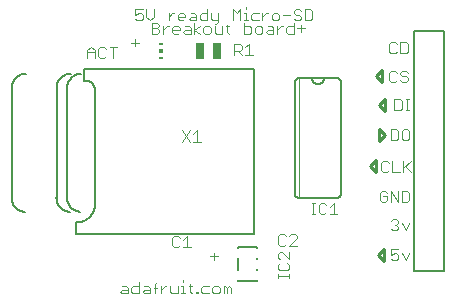
<source format=gbr>
G04 EAGLE Gerber RS-274X export*
G75*
%MOMM*%
%FSLAX34Y34*%
%LPD*%
%INSilkscreen Top*%
%IPPOS*%
%AMOC8*
5,1,8,0,0,1.08239X$1,22.5*%
G01*
%ADD10C,0.254000*%
%ADD11C,0.076200*%
%ADD12C,0.152400*%
%ADD13C,0.050800*%
%ADD14C,0.101600*%
%ADD15C,0.127000*%
%ADD16R,0.300000X0.150000*%
%ADD17R,0.300000X0.300000*%
%ADD18R,0.650000X1.400000*%


D10*
X267970Y170180D02*
X267970Y160020D01*
X262890Y165100D01*
X267970Y170180D01*
X262890Y144780D02*
X262890Y134620D01*
X267970Y139700D02*
X262890Y144780D01*
X267970Y139700D02*
X262890Y134620D01*
X266700Y43180D02*
X266700Y33020D01*
X261620Y38100D01*
X266700Y43180D01*
X265430Y184150D02*
X265430Y194310D01*
X260350Y189230D02*
X265430Y184150D01*
X260350Y189230D02*
X265430Y194310D01*
X260350Y118110D02*
X260350Y107950D01*
X255270Y113030D01*
X260350Y118110D01*
D11*
X277501Y192369D02*
X275934Y193937D01*
X272798Y193937D01*
X271231Y192369D01*
X271231Y186099D01*
X272798Y184531D01*
X275934Y184531D01*
X277501Y186099D01*
X285289Y193937D02*
X286857Y192369D01*
X285289Y193937D02*
X282153Y193937D01*
X280586Y192369D01*
X280586Y190802D01*
X282153Y189234D01*
X285289Y189234D01*
X286857Y187666D01*
X286857Y186099D01*
X285289Y184531D01*
X282153Y184531D01*
X280586Y186099D01*
X275619Y169807D02*
X275619Y160401D01*
X280322Y160401D01*
X281890Y161969D01*
X281890Y168239D01*
X280322Y169807D01*
X275619Y169807D01*
X284974Y160401D02*
X288110Y160401D01*
X286542Y160401D02*
X286542Y169807D01*
X284974Y169807D02*
X288110Y169807D01*
X272501Y144407D02*
X272501Y135001D01*
X277204Y135001D01*
X278771Y136569D01*
X278771Y142839D01*
X277204Y144407D01*
X272501Y144407D01*
X283423Y144407D02*
X286559Y144407D01*
X283423Y144407D02*
X281856Y142839D01*
X281856Y136569D01*
X283423Y135001D01*
X286559Y135001D01*
X288127Y136569D01*
X288127Y142839D01*
X286559Y144407D01*
X274068Y68207D02*
X272501Y66639D01*
X274068Y68207D02*
X277204Y68207D01*
X278771Y66639D01*
X278771Y65072D01*
X277204Y63504D01*
X275636Y63504D01*
X277204Y63504D02*
X278771Y61936D01*
X278771Y60369D01*
X277204Y58801D01*
X274068Y58801D01*
X272501Y60369D01*
X281856Y65072D02*
X284991Y58801D01*
X288127Y65072D01*
X278771Y42807D02*
X272501Y42807D01*
X272501Y38104D01*
X275636Y39672D01*
X277204Y39672D01*
X278771Y38104D01*
X278771Y34969D01*
X277204Y33401D01*
X274068Y33401D01*
X272501Y34969D01*
X281856Y39672D02*
X284991Y33401D01*
X288127Y39672D01*
X270686Y116169D02*
X269118Y117737D01*
X265983Y117737D01*
X264415Y116169D01*
X264415Y109899D01*
X265983Y108331D01*
X269118Y108331D01*
X270686Y109899D01*
X273771Y108331D02*
X273771Y117737D01*
X273771Y108331D02*
X280041Y108331D01*
X283126Y108331D02*
X283126Y117737D01*
X283126Y111466D02*
X289397Y117737D01*
X284693Y113034D02*
X289397Y108331D01*
X277501Y216499D02*
X275934Y218067D01*
X272798Y218067D01*
X271231Y216499D01*
X271231Y210229D01*
X272798Y208661D01*
X275934Y208661D01*
X277501Y210229D01*
X280586Y208661D02*
X280586Y218067D01*
X280586Y208661D02*
X285289Y208661D01*
X286857Y210229D01*
X286857Y216499D01*
X285289Y218067D01*
X280586Y218067D01*
X267848Y92337D02*
X269416Y90769D01*
X267848Y92337D02*
X264713Y92337D01*
X263145Y90769D01*
X263145Y84499D01*
X264713Y82931D01*
X267848Y82931D01*
X269416Y84499D01*
X269416Y87634D01*
X266281Y87634D01*
X272501Y82931D02*
X272501Y92337D01*
X278771Y82931D01*
X278771Y92337D01*
X281856Y92337D02*
X281856Y82931D01*
X286559Y82931D01*
X288127Y84499D01*
X288127Y90769D01*
X286559Y92337D01*
X281856Y92337D01*
X62532Y246007D02*
X56261Y246007D01*
X56261Y241304D01*
X59396Y242872D01*
X60964Y242872D01*
X62532Y241304D01*
X62532Y238169D01*
X60964Y236601D01*
X57829Y236601D01*
X56261Y238169D01*
X65616Y239736D02*
X65616Y246007D01*
X65616Y239736D02*
X68752Y236601D01*
X71887Y239736D01*
X71887Y246007D01*
X84327Y242872D02*
X84327Y236601D01*
X84327Y239736D02*
X87462Y242872D01*
X89030Y242872D01*
X93690Y236601D02*
X96826Y236601D01*
X93690Y236601D02*
X92123Y238169D01*
X92123Y241304D01*
X93690Y242872D01*
X96826Y242872D01*
X98393Y241304D01*
X98393Y239736D01*
X92123Y239736D01*
X103045Y242872D02*
X106181Y242872D01*
X107748Y241304D01*
X107748Y236601D01*
X103045Y236601D01*
X101478Y238169D01*
X103045Y239736D01*
X107748Y239736D01*
X117104Y236601D02*
X117104Y246007D01*
X117104Y236601D02*
X112401Y236601D01*
X110833Y238169D01*
X110833Y241304D01*
X112401Y242872D01*
X117104Y242872D01*
X120188Y242872D02*
X120188Y238169D01*
X121756Y236601D01*
X126459Y236601D01*
X126459Y235033D02*
X126459Y242872D01*
X126459Y235033D02*
X124891Y233466D01*
X123323Y233466D01*
X138898Y236601D02*
X138898Y246007D01*
X142034Y242872D01*
X145169Y246007D01*
X145169Y236601D01*
X148254Y242872D02*
X149821Y242872D01*
X149821Y236601D01*
X148254Y236601D02*
X151389Y236601D01*
X149821Y246007D02*
X149821Y247575D01*
X156058Y242872D02*
X160761Y242872D01*
X156058Y242872D02*
X154490Y241304D01*
X154490Y238169D01*
X156058Y236601D01*
X160761Y236601D01*
X163846Y236601D02*
X163846Y242872D01*
X166981Y242872D02*
X163846Y239736D01*
X166981Y242872D02*
X168549Y242872D01*
X173209Y236601D02*
X176345Y236601D01*
X177912Y238169D01*
X177912Y241304D01*
X176345Y242872D01*
X173209Y242872D01*
X171642Y241304D01*
X171642Y238169D01*
X173209Y236601D01*
X180997Y241304D02*
X187267Y241304D01*
X195055Y246007D02*
X196623Y244439D01*
X195055Y246007D02*
X191920Y246007D01*
X190352Y244439D01*
X190352Y242872D01*
X191920Y241304D01*
X195055Y241304D01*
X196623Y239736D01*
X196623Y238169D01*
X195055Y236601D01*
X191920Y236601D01*
X190352Y238169D01*
X199707Y236601D02*
X199707Y246007D01*
X199707Y236601D02*
X204410Y236601D01*
X205978Y238169D01*
X205978Y244439D01*
X204410Y246007D01*
X199707Y246007D01*
X70231Y234577D02*
X70231Y225171D01*
X70231Y234577D02*
X74934Y234577D01*
X76502Y233009D01*
X76502Y231442D01*
X74934Y229874D01*
X76502Y228306D01*
X76502Y226739D01*
X74934Y225171D01*
X70231Y225171D01*
X70231Y229874D02*
X74934Y229874D01*
X79586Y231442D02*
X79586Y225171D01*
X79586Y228306D02*
X82722Y231442D01*
X84289Y231442D01*
X88950Y225171D02*
X92085Y225171D01*
X88950Y225171D02*
X87382Y226739D01*
X87382Y229874D01*
X88950Y231442D01*
X92085Y231442D01*
X93653Y229874D01*
X93653Y228306D01*
X87382Y228306D01*
X98305Y231442D02*
X101440Y231442D01*
X103008Y229874D01*
X103008Y225171D01*
X98305Y225171D01*
X96737Y226739D01*
X98305Y228306D01*
X103008Y228306D01*
X106093Y225171D02*
X106093Y234577D01*
X106093Y228306D02*
X110796Y225171D01*
X106093Y228306D02*
X110796Y231442D01*
X115456Y225171D02*
X118592Y225171D01*
X120159Y226739D01*
X120159Y229874D01*
X118592Y231442D01*
X115456Y231442D01*
X113889Y229874D01*
X113889Y226739D01*
X115456Y225171D01*
X123244Y226739D02*
X123244Y231442D01*
X123244Y226739D02*
X124811Y225171D01*
X129514Y225171D01*
X129514Y231442D01*
X134167Y233009D02*
X134167Y226739D01*
X135734Y225171D01*
X135734Y231442D02*
X132599Y231442D01*
X148191Y234577D02*
X148191Y225171D01*
X152894Y225171D01*
X154462Y226739D01*
X154462Y229874D01*
X152894Y231442D01*
X148191Y231442D01*
X159114Y225171D02*
X162249Y225171D01*
X163817Y226739D01*
X163817Y229874D01*
X162249Y231442D01*
X159114Y231442D01*
X157546Y229874D01*
X157546Y226739D01*
X159114Y225171D01*
X168469Y231442D02*
X171604Y231442D01*
X173172Y229874D01*
X173172Y225171D01*
X168469Y225171D01*
X166901Y226739D01*
X168469Y228306D01*
X173172Y228306D01*
X176256Y225171D02*
X176256Y231442D01*
X176256Y228306D02*
X179392Y231442D01*
X180959Y231442D01*
X190323Y234577D02*
X190323Y225171D01*
X185620Y225171D01*
X184052Y226739D01*
X184052Y229874D01*
X185620Y231442D01*
X190323Y231442D01*
X193408Y229874D02*
X199678Y229874D01*
X196543Y233009D02*
X196543Y226739D01*
X48264Y11732D02*
X45129Y11732D01*
X48264Y11732D02*
X49832Y10164D01*
X49832Y5461D01*
X45129Y5461D01*
X43561Y7029D01*
X45129Y8596D01*
X49832Y8596D01*
X59187Y5461D02*
X59187Y14867D01*
X59187Y5461D02*
X54484Y5461D01*
X52916Y7029D01*
X52916Y10164D01*
X54484Y11732D01*
X59187Y11732D01*
X63839Y11732D02*
X66974Y11732D01*
X68542Y10164D01*
X68542Y5461D01*
X63839Y5461D01*
X62271Y7029D01*
X63839Y8596D01*
X68542Y8596D01*
X73194Y5461D02*
X73194Y13299D01*
X74762Y14867D01*
X74762Y10164D02*
X71627Y10164D01*
X77863Y11732D02*
X77863Y5461D01*
X77863Y8596D02*
X80999Y11732D01*
X82566Y11732D01*
X85659Y11732D02*
X85659Y7029D01*
X87227Y5461D01*
X91930Y5461D01*
X91930Y11732D01*
X95015Y11732D02*
X96582Y11732D01*
X96582Y5461D01*
X95015Y5461D02*
X98150Y5461D01*
X96582Y14867D02*
X96582Y16435D01*
X102819Y13299D02*
X102819Y7029D01*
X104387Y5461D01*
X104387Y11732D02*
X101251Y11732D01*
X107488Y7029D02*
X107488Y5461D01*
X107488Y7029D02*
X109056Y7029D01*
X109056Y5461D01*
X107488Y5461D01*
X113733Y11732D02*
X118436Y11732D01*
X113733Y11732D02*
X112166Y10164D01*
X112166Y7029D01*
X113733Y5461D01*
X118436Y5461D01*
X123089Y5461D02*
X126224Y5461D01*
X127792Y7029D01*
X127792Y10164D01*
X126224Y11732D01*
X123089Y11732D01*
X121521Y10164D01*
X121521Y7029D01*
X123089Y5461D01*
X130876Y5461D02*
X130876Y11732D01*
X132444Y11732D01*
X134011Y10164D01*
X134011Y5461D01*
X134011Y10164D02*
X135579Y11732D01*
X137147Y10164D01*
X137147Y5461D01*
D12*
X230378Y90170D02*
X230378Y184150D01*
X191262Y90170D02*
X191264Y90048D01*
X191270Y89926D01*
X191280Y89804D01*
X191293Y89683D01*
X191311Y89562D01*
X191332Y89442D01*
X191358Y89322D01*
X191387Y89204D01*
X191419Y89086D01*
X191456Y88969D01*
X191496Y88854D01*
X191540Y88740D01*
X191588Y88628D01*
X191639Y88517D01*
X191694Y88408D01*
X191752Y88300D01*
X191814Y88195D01*
X191879Y88092D01*
X191947Y87990D01*
X192019Y87891D01*
X192093Y87795D01*
X192171Y87700D01*
X192252Y87609D01*
X192335Y87519D01*
X192421Y87433D01*
X192511Y87350D01*
X192602Y87269D01*
X192697Y87191D01*
X192793Y87117D01*
X192892Y87045D01*
X192994Y86977D01*
X193097Y86912D01*
X193202Y86850D01*
X193310Y86792D01*
X193419Y86737D01*
X193530Y86686D01*
X193642Y86638D01*
X193756Y86594D01*
X193871Y86554D01*
X193988Y86517D01*
X194106Y86485D01*
X194224Y86456D01*
X194344Y86430D01*
X194464Y86409D01*
X194585Y86391D01*
X194706Y86378D01*
X194828Y86368D01*
X194950Y86362D01*
X195072Y86360D01*
X230378Y184150D02*
X230376Y184272D01*
X230370Y184394D01*
X230360Y184516D01*
X230347Y184637D01*
X230329Y184758D01*
X230308Y184878D01*
X230282Y184998D01*
X230253Y185116D01*
X230221Y185234D01*
X230184Y185351D01*
X230144Y185466D01*
X230100Y185580D01*
X230052Y185692D01*
X230001Y185803D01*
X229946Y185912D01*
X229888Y186020D01*
X229826Y186125D01*
X229761Y186228D01*
X229693Y186330D01*
X229621Y186429D01*
X229547Y186525D01*
X229469Y186620D01*
X229388Y186711D01*
X229305Y186801D01*
X229219Y186887D01*
X229129Y186970D01*
X229038Y187051D01*
X228943Y187129D01*
X228847Y187203D01*
X228748Y187275D01*
X228646Y187343D01*
X228543Y187408D01*
X228438Y187470D01*
X228330Y187528D01*
X228221Y187583D01*
X228110Y187634D01*
X227998Y187682D01*
X227884Y187726D01*
X227769Y187766D01*
X227652Y187803D01*
X227534Y187835D01*
X227416Y187864D01*
X227296Y187890D01*
X227176Y187911D01*
X227055Y187929D01*
X226934Y187942D01*
X226812Y187952D01*
X226690Y187958D01*
X226568Y187960D01*
X230378Y90170D02*
X230376Y90048D01*
X230370Y89926D01*
X230360Y89804D01*
X230347Y89683D01*
X230329Y89562D01*
X230308Y89442D01*
X230282Y89322D01*
X230253Y89204D01*
X230221Y89086D01*
X230184Y88969D01*
X230144Y88854D01*
X230100Y88740D01*
X230052Y88628D01*
X230001Y88517D01*
X229946Y88408D01*
X229888Y88300D01*
X229826Y88195D01*
X229761Y88092D01*
X229693Y87990D01*
X229621Y87891D01*
X229547Y87795D01*
X229469Y87700D01*
X229388Y87609D01*
X229305Y87519D01*
X229219Y87433D01*
X229129Y87350D01*
X229038Y87269D01*
X228943Y87191D01*
X228847Y87117D01*
X228748Y87045D01*
X228646Y86977D01*
X228543Y86912D01*
X228438Y86850D01*
X228330Y86792D01*
X228221Y86737D01*
X228110Y86686D01*
X227998Y86638D01*
X227884Y86594D01*
X227769Y86554D01*
X227652Y86517D01*
X227534Y86485D01*
X227416Y86456D01*
X227296Y86430D01*
X227176Y86409D01*
X227055Y86391D01*
X226934Y86378D01*
X226812Y86368D01*
X226690Y86362D01*
X226568Y86360D01*
X191262Y184150D02*
X191264Y184272D01*
X191270Y184394D01*
X191280Y184516D01*
X191293Y184637D01*
X191311Y184758D01*
X191332Y184878D01*
X191358Y184998D01*
X191387Y185116D01*
X191419Y185234D01*
X191456Y185351D01*
X191496Y185466D01*
X191540Y185580D01*
X191588Y185692D01*
X191639Y185803D01*
X191694Y185912D01*
X191752Y186020D01*
X191814Y186125D01*
X191879Y186228D01*
X191947Y186330D01*
X192019Y186429D01*
X192093Y186525D01*
X192171Y186620D01*
X192252Y186711D01*
X192335Y186801D01*
X192421Y186887D01*
X192511Y186970D01*
X192602Y187051D01*
X192697Y187129D01*
X192793Y187203D01*
X192892Y187275D01*
X192994Y187343D01*
X193097Y187408D01*
X193202Y187470D01*
X193310Y187528D01*
X193419Y187583D01*
X193530Y187634D01*
X193642Y187682D01*
X193756Y187726D01*
X193871Y187766D01*
X193988Y187803D01*
X194106Y187835D01*
X194224Y187864D01*
X194344Y187890D01*
X194464Y187911D01*
X194585Y187929D01*
X194706Y187942D01*
X194828Y187952D01*
X194950Y187958D01*
X195072Y187960D01*
X191262Y184150D02*
X191262Y90170D01*
X195072Y86360D02*
X226568Y86360D01*
X226568Y187960D02*
X215900Y187960D01*
X205740Y187960D01*
X195072Y187960D01*
X205740Y187960D02*
X205742Y187819D01*
X205748Y187678D01*
X205758Y187537D01*
X205771Y187396D01*
X205789Y187256D01*
X205811Y187117D01*
X205836Y186978D01*
X205865Y186839D01*
X205898Y186702D01*
X205935Y186566D01*
X205976Y186431D01*
X206020Y186296D01*
X206068Y186164D01*
X206120Y186032D01*
X206175Y185902D01*
X206234Y185774D01*
X206297Y185647D01*
X206363Y185523D01*
X206432Y185400D01*
X206505Y185279D01*
X206581Y185160D01*
X206661Y185043D01*
X206744Y184929D01*
X206829Y184816D01*
X206918Y184707D01*
X207010Y184599D01*
X207105Y184495D01*
X207203Y184393D01*
X207304Y184294D01*
X207407Y184197D01*
X207513Y184104D01*
X207621Y184014D01*
X207732Y183926D01*
X207845Y183842D01*
X207961Y183761D01*
X208079Y183683D01*
X208199Y183608D01*
X208321Y183537D01*
X208445Y183469D01*
X208571Y183405D01*
X208698Y183344D01*
X208827Y183287D01*
X208958Y183234D01*
X209090Y183184D01*
X209223Y183137D01*
X209358Y183095D01*
X209494Y183056D01*
X209631Y183021D01*
X209768Y182990D01*
X209907Y182963D01*
X210046Y182939D01*
X210186Y182920D01*
X210326Y182904D01*
X210467Y182892D01*
X210608Y182884D01*
X210749Y182880D01*
X210891Y182880D01*
X211032Y182884D01*
X211173Y182892D01*
X211314Y182904D01*
X211454Y182920D01*
X211594Y182939D01*
X211733Y182963D01*
X211872Y182990D01*
X212009Y183021D01*
X212146Y183056D01*
X212282Y183095D01*
X212417Y183137D01*
X212550Y183184D01*
X212682Y183234D01*
X212813Y183287D01*
X212942Y183344D01*
X213069Y183405D01*
X213195Y183469D01*
X213319Y183537D01*
X213441Y183608D01*
X213561Y183683D01*
X213679Y183761D01*
X213795Y183842D01*
X213908Y183926D01*
X214019Y184014D01*
X214127Y184104D01*
X214233Y184197D01*
X214336Y184294D01*
X214437Y184393D01*
X214535Y184495D01*
X214630Y184599D01*
X214722Y184707D01*
X214811Y184816D01*
X214896Y184929D01*
X214979Y185043D01*
X215059Y185160D01*
X215135Y185279D01*
X215208Y185400D01*
X215277Y185523D01*
X215343Y185647D01*
X215406Y185774D01*
X215465Y185902D01*
X215520Y186032D01*
X215572Y186164D01*
X215620Y186296D01*
X215664Y186431D01*
X215705Y186566D01*
X215742Y186702D01*
X215775Y186839D01*
X215804Y186978D01*
X215829Y187117D01*
X215851Y187256D01*
X215869Y187396D01*
X215882Y187537D01*
X215892Y187678D01*
X215898Y187819D01*
X215900Y187960D01*
D13*
X194818Y187960D02*
X194818Y86360D01*
D14*
X205431Y72898D02*
X208481Y72898D01*
X206956Y72898D02*
X206956Y82050D01*
X205431Y82050D02*
X208481Y82050D01*
X216244Y82050D02*
X217769Y80525D01*
X216244Y82050D02*
X213193Y82050D01*
X211668Y80525D01*
X211668Y74423D01*
X213193Y72898D01*
X216244Y72898D01*
X217769Y74423D01*
X221023Y78999D02*
X224073Y82050D01*
X224073Y72898D01*
X221023Y72898D02*
X227124Y72898D01*
D15*
X6080Y65580D02*
X6080Y55580D01*
X157080Y55580D01*
X157080Y195580D01*
X13080Y195580D01*
X13080Y185580D01*
X13274Y185602D01*
X13468Y185619D01*
X13662Y185631D01*
X13857Y185639D01*
X14052Y185642D01*
X14246Y185640D01*
X14441Y185634D01*
X14636Y185623D01*
X14830Y185607D01*
X15024Y185587D01*
X15217Y185561D01*
X15409Y185532D01*
X15601Y185497D01*
X15792Y185458D01*
X15982Y185414D01*
X16171Y185366D01*
X16358Y185313D01*
X16544Y185256D01*
X16729Y185194D01*
X16912Y185128D01*
X17094Y185057D01*
X17274Y184982D01*
X17452Y184903D01*
X17628Y184820D01*
X17801Y184732D01*
X17973Y184640D01*
X18143Y184544D01*
X18310Y184443D01*
X18474Y184339D01*
X18636Y184231D01*
X18796Y184119D01*
X18952Y184003D01*
X19106Y183883D01*
X19257Y183760D01*
X19405Y183633D01*
X19550Y183503D01*
X19691Y183369D01*
X19829Y183232D01*
X19964Y183091D01*
X20096Y182947D01*
X20224Y182800D01*
X20348Y182650D01*
X20469Y182497D01*
X20586Y182342D01*
X20699Y182183D01*
X20808Y182022D01*
X20913Y181858D01*
X21015Y181692D01*
X21112Y181523D01*
X21205Y181352D01*
X21294Y181178D01*
X21379Y181003D01*
X21460Y180826D01*
X21536Y180646D01*
X21608Y180465D01*
X21676Y180283D01*
X21739Y180098D01*
X21797Y179913D01*
X21851Y179725D01*
X21901Y179537D01*
X21946Y179347D01*
X21986Y179157D01*
X22022Y178965D01*
X22053Y178773D01*
X22080Y178580D01*
X22080Y81580D01*
X22075Y81193D01*
X22061Y80807D01*
X22038Y80421D01*
X22005Y80036D01*
X21963Y79651D01*
X21912Y79268D01*
X21852Y78886D01*
X21782Y78506D01*
X21703Y78127D01*
X21615Y77751D01*
X21518Y77377D01*
X21412Y77005D01*
X21297Y76636D01*
X21173Y76269D01*
X21040Y75906D01*
X20899Y75546D01*
X20749Y75190D01*
X20590Y74838D01*
X20423Y74489D01*
X20247Y74144D01*
X20063Y73804D01*
X19872Y73469D01*
X19671Y73138D01*
X19464Y72812D01*
X19248Y72491D01*
X19024Y72175D01*
X18793Y71865D01*
X18555Y71561D01*
X18309Y71263D01*
X18056Y70970D01*
X17796Y70684D01*
X17530Y70404D01*
X17256Y70130D01*
X16976Y69864D01*
X16690Y69604D01*
X16397Y69351D01*
X16099Y69105D01*
X15795Y68867D01*
X15485Y68636D01*
X15169Y68412D01*
X14848Y68196D01*
X14522Y67989D01*
X14191Y67788D01*
X13856Y67597D01*
X13516Y67413D01*
X13171Y67237D01*
X12822Y67070D01*
X12470Y66911D01*
X12114Y66761D01*
X11754Y66620D01*
X11391Y66487D01*
X11024Y66363D01*
X10655Y66248D01*
X10283Y66142D01*
X9909Y66045D01*
X9533Y65957D01*
X9154Y65878D01*
X8774Y65808D01*
X8392Y65748D01*
X8009Y65697D01*
X7624Y65655D01*
X7239Y65622D01*
X6853Y65599D01*
X6467Y65585D01*
X6080Y65580D01*
X-1520Y179580D02*
X-1516Y179870D01*
X-1506Y180160D01*
X-1488Y180449D01*
X-1464Y180738D01*
X-1433Y181026D01*
X-1394Y181314D01*
X-1349Y181600D01*
X-1296Y181886D01*
X-1237Y182169D01*
X-1171Y182452D01*
X-1099Y182732D01*
X-1019Y183011D01*
X-933Y183288D01*
X-840Y183563D01*
X-740Y183835D01*
X-634Y184105D01*
X-522Y184372D01*
X-402Y184637D01*
X-277Y184898D01*
X-145Y185157D01*
X-8Y185412D01*
X136Y185664D01*
X286Y185912D01*
X442Y186156D01*
X604Y186397D01*
X772Y186633D01*
X945Y186866D01*
X1124Y187094D01*
X1308Y187318D01*
X1498Y187537D01*
X1693Y187752D01*
X1893Y187962D01*
X2098Y188167D01*
X2308Y188367D01*
X2523Y188562D01*
X2742Y188752D01*
X2966Y188936D01*
X3194Y189115D01*
X3427Y189288D01*
X3663Y189456D01*
X3904Y189618D01*
X4148Y189774D01*
X4396Y189924D01*
X4648Y190068D01*
X4903Y190205D01*
X5162Y190337D01*
X5423Y190462D01*
X5688Y190582D01*
X5955Y190694D01*
X6225Y190800D01*
X6497Y190900D01*
X6772Y190993D01*
X7049Y191079D01*
X7328Y191159D01*
X7608Y191231D01*
X7891Y191297D01*
X8174Y191356D01*
X8460Y191409D01*
X8746Y191454D01*
X9034Y191493D01*
X9322Y191524D01*
X9611Y191548D01*
X9900Y191566D01*
X10190Y191576D01*
X10480Y191580D01*
X-1520Y179580D02*
X-1520Y87580D01*
X-1541Y87290D01*
X-1555Y86999D01*
X-1561Y86708D01*
X-1561Y86417D01*
X-1553Y86126D01*
X-1539Y85836D01*
X-1517Y85545D01*
X-1489Y85256D01*
X-1453Y84967D01*
X-1411Y84679D01*
X-1362Y84392D01*
X-1305Y84107D01*
X-1242Y83823D01*
X-1172Y83540D01*
X-1095Y83260D01*
X-1012Y82981D01*
X-921Y82704D01*
X-824Y82430D01*
X-721Y82158D01*
X-611Y81889D01*
X-494Y81622D01*
X-371Y81358D01*
X-242Y81098D01*
X-106Y80840D01*
X36Y80586D01*
X184Y80335D01*
X338Y80088D01*
X497Y79845D01*
X663Y79606D01*
X834Y79371D01*
X1011Y79140D01*
X1194Y78913D01*
X1382Y78691D01*
X1575Y78474D01*
X1774Y78261D01*
X1977Y78053D01*
X2186Y77850D01*
X2399Y77652D01*
X2617Y77459D01*
X2840Y77272D01*
X3067Y77090D01*
X3299Y76914D01*
X3534Y76743D01*
X3774Y76578D01*
X4018Y76419D01*
X4265Y76266D01*
X4516Y76119D01*
X4771Y75978D01*
X5029Y75843D01*
X5290Y75714D01*
X5554Y75592D01*
X5821Y75476D01*
X6090Y75367D01*
X6362Y75264D01*
X6637Y75168D01*
X6914Y75078D01*
X7193Y74995D01*
X7474Y74919D01*
X7757Y74850D01*
X8041Y74788D01*
X8326Y74732D01*
X8613Y74684D01*
X8901Y74642D01*
X9190Y74607D01*
X9480Y74580D01*
X-10520Y179580D02*
X-10516Y179870D01*
X-10506Y180160D01*
X-10488Y180449D01*
X-10464Y180738D01*
X-10433Y181026D01*
X-10394Y181314D01*
X-10349Y181600D01*
X-10296Y181886D01*
X-10237Y182169D01*
X-10171Y182452D01*
X-10099Y182732D01*
X-10019Y183011D01*
X-9933Y183288D01*
X-9840Y183563D01*
X-9740Y183835D01*
X-9634Y184105D01*
X-9522Y184372D01*
X-9402Y184637D01*
X-9277Y184898D01*
X-9145Y185157D01*
X-9008Y185412D01*
X-8864Y185664D01*
X-8714Y185912D01*
X-8558Y186156D01*
X-8396Y186397D01*
X-8228Y186633D01*
X-8055Y186866D01*
X-7876Y187094D01*
X-7692Y187318D01*
X-7502Y187537D01*
X-7307Y187752D01*
X-7107Y187962D01*
X-6902Y188167D01*
X-6692Y188367D01*
X-6477Y188562D01*
X-6258Y188752D01*
X-6034Y188936D01*
X-5806Y189115D01*
X-5573Y189288D01*
X-5337Y189456D01*
X-5096Y189618D01*
X-4852Y189774D01*
X-4604Y189924D01*
X-4352Y190068D01*
X-4097Y190205D01*
X-3838Y190337D01*
X-3577Y190462D01*
X-3312Y190582D01*
X-3045Y190694D01*
X-2775Y190800D01*
X-2503Y190900D01*
X-2228Y190993D01*
X-1951Y191079D01*
X-1672Y191159D01*
X-1392Y191231D01*
X-1109Y191297D01*
X-826Y191356D01*
X-540Y191409D01*
X-254Y191454D01*
X34Y191493D01*
X322Y191524D01*
X611Y191548D01*
X900Y191566D01*
X1190Y191576D01*
X1480Y191580D01*
X-10520Y179580D02*
X-10520Y87580D01*
X-10541Y87290D01*
X-10555Y86999D01*
X-10561Y86708D01*
X-10561Y86417D01*
X-10553Y86126D01*
X-10539Y85836D01*
X-10517Y85545D01*
X-10489Y85256D01*
X-10453Y84967D01*
X-10411Y84679D01*
X-10362Y84392D01*
X-10305Y84107D01*
X-10242Y83823D01*
X-10172Y83540D01*
X-10095Y83260D01*
X-10012Y82981D01*
X-9921Y82704D01*
X-9824Y82430D01*
X-9721Y82158D01*
X-9611Y81889D01*
X-9494Y81622D01*
X-9371Y81358D01*
X-9242Y81098D01*
X-9106Y80840D01*
X-8964Y80586D01*
X-8816Y80335D01*
X-8662Y80088D01*
X-8503Y79845D01*
X-8337Y79606D01*
X-8166Y79371D01*
X-7989Y79140D01*
X-7806Y78913D01*
X-7618Y78691D01*
X-7425Y78474D01*
X-7226Y78261D01*
X-7023Y78053D01*
X-6814Y77850D01*
X-6601Y77652D01*
X-6383Y77459D01*
X-6160Y77272D01*
X-5933Y77090D01*
X-5701Y76914D01*
X-5466Y76743D01*
X-5226Y76578D01*
X-4982Y76419D01*
X-4735Y76266D01*
X-4484Y76119D01*
X-4229Y75978D01*
X-3971Y75843D01*
X-3710Y75714D01*
X-3446Y75592D01*
X-3179Y75476D01*
X-2910Y75367D01*
X-2638Y75264D01*
X-2363Y75168D01*
X-2086Y75078D01*
X-1807Y74995D01*
X-1526Y74919D01*
X-1243Y74850D01*
X-959Y74788D01*
X-674Y74732D01*
X-387Y74684D01*
X-99Y74642D01*
X190Y74607D01*
X480Y74580D01*
X-48520Y179580D02*
X-48516Y179870D01*
X-48506Y180160D01*
X-48488Y180449D01*
X-48464Y180738D01*
X-48433Y181026D01*
X-48394Y181314D01*
X-48349Y181600D01*
X-48296Y181886D01*
X-48237Y182169D01*
X-48171Y182452D01*
X-48099Y182732D01*
X-48019Y183011D01*
X-47933Y183288D01*
X-47840Y183563D01*
X-47740Y183835D01*
X-47634Y184105D01*
X-47522Y184372D01*
X-47402Y184637D01*
X-47277Y184898D01*
X-47145Y185157D01*
X-47008Y185412D01*
X-46864Y185664D01*
X-46714Y185912D01*
X-46558Y186156D01*
X-46396Y186397D01*
X-46228Y186633D01*
X-46055Y186866D01*
X-45876Y187094D01*
X-45692Y187318D01*
X-45502Y187537D01*
X-45307Y187752D01*
X-45107Y187962D01*
X-44902Y188167D01*
X-44692Y188367D01*
X-44477Y188562D01*
X-44258Y188752D01*
X-44034Y188936D01*
X-43806Y189115D01*
X-43573Y189288D01*
X-43337Y189456D01*
X-43096Y189618D01*
X-42852Y189774D01*
X-42604Y189924D01*
X-42352Y190068D01*
X-42097Y190205D01*
X-41838Y190337D01*
X-41577Y190462D01*
X-41312Y190582D01*
X-41045Y190694D01*
X-40775Y190800D01*
X-40503Y190900D01*
X-40228Y190993D01*
X-39951Y191079D01*
X-39672Y191159D01*
X-39392Y191231D01*
X-39109Y191297D01*
X-38826Y191356D01*
X-38540Y191409D01*
X-38254Y191454D01*
X-37966Y191493D01*
X-37678Y191524D01*
X-37389Y191548D01*
X-37100Y191566D01*
X-36810Y191576D01*
X-36520Y191580D01*
X-48520Y179580D02*
X-48520Y87580D01*
X-48541Y87290D01*
X-48555Y86999D01*
X-48561Y86708D01*
X-48561Y86417D01*
X-48553Y86126D01*
X-48539Y85836D01*
X-48517Y85545D01*
X-48489Y85256D01*
X-48453Y84967D01*
X-48411Y84679D01*
X-48362Y84392D01*
X-48305Y84107D01*
X-48242Y83823D01*
X-48172Y83540D01*
X-48095Y83260D01*
X-48012Y82981D01*
X-47921Y82704D01*
X-47824Y82430D01*
X-47721Y82158D01*
X-47611Y81889D01*
X-47494Y81622D01*
X-47371Y81358D01*
X-47242Y81098D01*
X-47106Y80840D01*
X-46964Y80586D01*
X-46816Y80335D01*
X-46662Y80088D01*
X-46503Y79845D01*
X-46337Y79606D01*
X-46166Y79371D01*
X-45989Y79140D01*
X-45806Y78913D01*
X-45618Y78691D01*
X-45425Y78474D01*
X-45226Y78261D01*
X-45023Y78053D01*
X-44814Y77850D01*
X-44601Y77652D01*
X-44383Y77459D01*
X-44160Y77272D01*
X-43933Y77090D01*
X-43701Y76914D01*
X-43466Y76743D01*
X-43226Y76578D01*
X-42982Y76419D01*
X-42735Y76266D01*
X-42484Y76119D01*
X-42229Y75978D01*
X-41971Y75843D01*
X-41710Y75714D01*
X-41446Y75592D01*
X-41179Y75476D01*
X-40910Y75367D01*
X-40638Y75264D01*
X-40363Y75168D01*
X-40086Y75078D01*
X-39807Y74995D01*
X-39526Y74919D01*
X-39243Y74850D01*
X-38959Y74788D01*
X-38674Y74732D01*
X-38387Y74684D01*
X-38099Y74642D01*
X-37810Y74607D01*
X-37520Y74580D01*
D11*
X95801Y143377D02*
X102072Y133971D01*
X95801Y133971D02*
X102072Y143377D01*
X105156Y140242D02*
X108292Y143377D01*
X108292Y133971D01*
X111427Y133971D02*
X105156Y133971D01*
D12*
X143030Y44700D02*
X159230Y44700D01*
X159230Y16260D02*
X143030Y16260D01*
X143030Y25260D02*
X143030Y35700D01*
X159230Y26200D02*
X159230Y25260D01*
X159230Y34760D02*
X159230Y35700D01*
X159230Y17200D02*
X159230Y16260D01*
X159230Y43760D02*
X159230Y44700D01*
X143030Y44700D02*
X143030Y43760D01*
X143030Y17200D02*
X143030Y16260D01*
D11*
X186309Y18614D02*
X186309Y21749D01*
X186309Y20181D02*
X176903Y20181D01*
X176903Y18614D02*
X176903Y21749D01*
X176903Y29554D02*
X178471Y31121D01*
X176903Y29554D02*
X176903Y26418D01*
X178471Y24851D01*
X184741Y24851D01*
X186309Y26418D01*
X186309Y29554D01*
X184741Y31121D01*
X186309Y34206D02*
X186309Y40476D01*
X186309Y34206D02*
X180038Y40476D01*
X178471Y40476D01*
X176903Y38909D01*
X176903Y35773D01*
X178471Y34206D01*
X126032Y36834D02*
X119761Y36834D01*
X122896Y39969D02*
X122896Y33699D01*
X93832Y52509D02*
X92264Y54077D01*
X89129Y54077D01*
X87561Y52509D01*
X87561Y46239D01*
X89129Y44671D01*
X92264Y44671D01*
X93832Y46239D01*
X96916Y50942D02*
X100052Y54077D01*
X100052Y44671D01*
X103187Y44671D02*
X96916Y44671D01*
X181774Y55367D02*
X183342Y53799D01*
X181774Y55367D02*
X178639Y55367D01*
X177071Y53799D01*
X177071Y47529D01*
X178639Y45961D01*
X181774Y45961D01*
X183342Y47529D01*
X186426Y45961D02*
X192697Y45961D01*
X186426Y45961D02*
X192697Y52232D01*
X192697Y53799D01*
X191129Y55367D01*
X187994Y55367D01*
X186426Y53799D01*
D15*
X292100Y24130D02*
X292100Y227330D01*
X317500Y227330D01*
X317500Y24130D01*
X292100Y24130D01*
D11*
X55876Y214546D02*
X55876Y220817D01*
X52741Y217681D02*
X59011Y217681D01*
D16*
X77700Y216820D03*
X77700Y204820D03*
D17*
X77700Y210820D03*
D11*
X15621Y211122D02*
X15621Y204851D01*
X15621Y211122D02*
X18756Y214257D01*
X21892Y211122D01*
X21892Y204851D01*
X21892Y209554D02*
X15621Y209554D01*
X29679Y214257D02*
X31247Y212689D01*
X29679Y214257D02*
X26544Y214257D01*
X24976Y212689D01*
X24976Y206419D01*
X26544Y204851D01*
X29679Y204851D01*
X31247Y206419D01*
X37467Y204851D02*
X37467Y214257D01*
X40602Y214257D02*
X34331Y214257D01*
D18*
X110796Y210805D03*
X125528Y210805D03*
D11*
X140081Y207391D02*
X140081Y216797D01*
X144784Y216797D01*
X146352Y215229D01*
X146352Y212094D01*
X144784Y210526D01*
X140081Y210526D01*
X143216Y210526D02*
X146352Y207391D01*
X149436Y213662D02*
X152572Y216797D01*
X152572Y207391D01*
X155707Y207391D02*
X149436Y207391D01*
M02*

</source>
